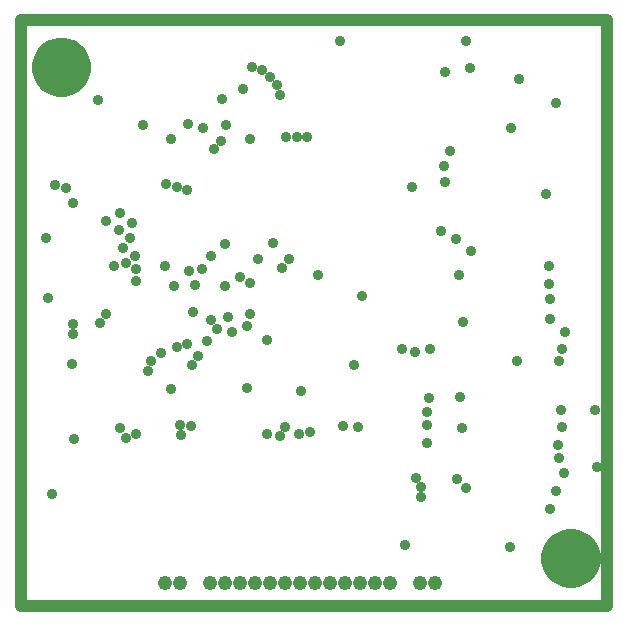
<source format=gbr>
%TF.GenerationSoftware,Altium Limited,Altium Designer,20.2.5 (213)*%
G04 Layer_Physical_Order=5*
G04 Layer_Color=8388736*
%FSLAX44Y44*%
%MOMM*%
%TF.SameCoordinates,159794D8-7842-4491-B27A-FE66E37C9FAE*%
%TF.FilePolarity,Negative*%
%TF.FileFunction,Copper,L5,Inr,Plane*%
%TF.Part,Single*%
G01*
G75*
%TA.AperFunction,NonConductor*%
%ADD31C,1.0160*%
%TA.AperFunction,ComponentPad*%
%ADD32C,1.2112*%
%TA.AperFunction,ViaPad*%
%ADD33C,0.9112*%
G36*
X367848Y905303D02*
X371488Y903795D01*
X374764Y901607D01*
X377550Y898821D01*
X379738Y895545D01*
X381246Y891905D01*
X382015Y888041D01*
Y886071D01*
Y884102D01*
X381246Y880238D01*
X379738Y876598D01*
X377550Y873322D01*
X374764Y870536D01*
X371488Y868348D01*
X367848Y866840D01*
X363984Y866071D01*
X360045D01*
X356181Y866840D01*
X352541Y868348D01*
X349265Y870536D01*
X346480Y873322D01*
X344291Y876598D01*
X342783Y880238D01*
X342015Y884102D01*
Y886071D01*
Y888041D01*
X342783Y891905D01*
X344291Y895545D01*
X346480Y898821D01*
X349265Y901607D01*
X352541Y903795D01*
X356181Y905303D01*
X360045Y906071D01*
X363984D01*
X367848Y905303D01*
D02*
G37*
G36*
X799182Y489526D02*
X802822Y488019D01*
X806098Y485830D01*
X808884Y483044D01*
X811072Y479769D01*
X812580Y476129D01*
X813348Y472265D01*
Y470295D01*
Y468325D01*
X812580Y464461D01*
X811072Y460821D01*
X808884Y457546D01*
X806098Y454760D01*
X802822Y452571D01*
X799182Y451064D01*
X795318Y450295D01*
X791379D01*
X787515Y451064D01*
X783875Y452571D01*
X780599Y454760D01*
X777813Y457546D01*
X775625Y460821D01*
X774117Y464461D01*
X773348Y468325D01*
Y470295D01*
Y472265D01*
X774117Y476129D01*
X775625Y479769D01*
X777813Y483044D01*
X780599Y485830D01*
X783875Y488019D01*
X787515Y489526D01*
X791379Y490295D01*
X795318D01*
X799182Y489526D01*
D02*
G37*
D31*
X795318Y490295D02*
X799182Y489526D01*
X802822Y488019D01*
X806098Y485830D01*
X808884Y483044D01*
X811072Y479769D01*
X812580Y476129D01*
X813348Y472265D01*
Y470295D02*
Y472265D01*
Y468325D02*
Y470295D01*
X812580Y464461D02*
X813348Y468325D01*
X811072Y460821D02*
X812580Y464461D01*
X808884Y457546D02*
X811072Y460821D01*
X806098Y454760D02*
X808884Y457546D01*
X802822Y452571D02*
X806098Y454760D01*
X799182Y451064D02*
X802822Y452571D01*
X795318Y450295D02*
X799182Y451064D01*
X791379Y450295D02*
X795318D01*
X787515Y451064D02*
X791379Y450295D01*
X783875Y452571D02*
X787515Y451064D01*
X780599Y454760D02*
X783875Y452571D01*
X777813Y457546D02*
X780599Y454760D01*
X775625Y460821D02*
X777813Y457546D01*
X774117Y464461D02*
X775625Y460821D01*
X773348Y468325D02*
X774117Y464461D01*
X773348Y468325D02*
Y470295D01*
Y472265D01*
X774117Y476129D01*
X775625Y479769D01*
X777813Y483044D01*
X780599Y485830D01*
X783875Y488019D01*
X787515Y489526D01*
X791379Y490295D01*
X795318D01*
X363984Y906071D02*
X367848Y905303D01*
X371488Y903795D01*
X374764Y901607D01*
X377550Y898821D01*
X379738Y895545D01*
X381246Y891905D01*
X382015Y888041D01*
Y886071D02*
Y888041D01*
Y884102D02*
Y886071D01*
X381246Y880238D02*
X382015Y884102D01*
X379738Y876598D02*
X381246Y880238D01*
X377550Y873322D02*
X379738Y876598D01*
X374764Y870536D02*
X377550Y873322D01*
X371488Y868348D02*
X374764Y870536D01*
X367848Y866840D02*
X371488Y868348D01*
X363984Y866071D02*
X367848Y866840D01*
X360045Y866071D02*
X363984D01*
X356181Y866840D02*
X360045Y866071D01*
X352541Y868348D02*
X356181Y866840D01*
X349265Y870536D02*
X352541Y868348D01*
X346480Y873322D02*
X349265Y870536D01*
X344291Y876598D02*
X346480Y873322D01*
X342783Y880238D02*
X344291Y876598D01*
X342015Y884102D02*
X342783Y880238D01*
X342015Y884102D02*
Y886071D01*
Y888041D01*
X342783Y891905D01*
X344291Y895545D01*
X346480Y898821D01*
X349265Y901607D01*
X352541Y903795D01*
X356181Y905303D01*
X360045Y906071D01*
X363984D01*
X823802Y430022D02*
X823802Y925830D01*
X327738Y925830D02*
X823802Y925830D01*
X327738Y430022D02*
X327738Y925830D01*
X327738Y430022D02*
X823802Y430022D01*
D32*
X449580Y449580D02*
D03*
X462280D02*
D03*
X487680D02*
D03*
X500380D02*
D03*
X513080D02*
D03*
X525780D02*
D03*
X538480D02*
D03*
X551180D02*
D03*
X563880D02*
D03*
X576580D02*
D03*
X589280D02*
D03*
X601980D02*
D03*
X614680D02*
D03*
X627380D02*
D03*
X640080D02*
D03*
X665480D02*
D03*
X678180D02*
D03*
D33*
X424180Y726516D02*
D03*
X468630Y782498D02*
D03*
X372872Y571500D02*
D03*
X354028Y524708D02*
D03*
X431230Y837607D02*
D03*
X392684Y858266D02*
D03*
X708152Y885698D02*
D03*
X749046Y876046D02*
D03*
X704850Y908050D02*
D03*
X781050Y855980D02*
D03*
X742950Y834390D02*
D03*
X498094Y859282D02*
D03*
X516128Y867410D02*
D03*
X501658Y837351D02*
D03*
X521643Y825065D02*
D03*
X523335Y886392D02*
D03*
X686816Y882396D02*
D03*
X496824Y823976D02*
D03*
X490982Y816610D02*
D03*
X416982Y572585D02*
D03*
X425376Y575310D02*
D03*
X411480Y580390D02*
D03*
X462788Y583184D02*
D03*
X471699Y582102D02*
D03*
X463042Y574548D02*
D03*
X371348Y634746D02*
D03*
X400050Y676910D02*
D03*
X446532Y643890D02*
D03*
X454406Y613410D02*
D03*
X650440Y648008D02*
D03*
X673862Y647446D02*
D03*
X704850Y529844D02*
D03*
X661416Y645414D02*
D03*
X671195Y567690D02*
D03*
X547116Y574040D02*
D03*
X562983Y575410D02*
D03*
X551434Y581660D02*
D03*
X572491Y577174D02*
D03*
X535940Y575310D02*
D03*
X661924Y538480D02*
D03*
X564896Y611886D02*
D03*
X450855Y787405D02*
D03*
X469333Y837799D02*
D03*
X658934Y784860D02*
D03*
X541313Y737577D02*
D03*
X528320Y723900D02*
D03*
X513080Y708660D02*
D03*
X481734Y834390D02*
D03*
X365760Y783590D02*
D03*
X371618Y771360D02*
D03*
X579198Y709930D02*
D03*
X554990Y723900D02*
D03*
X570225Y826765D02*
D03*
X561335D02*
D03*
X699770Y607211D02*
D03*
X536241Y654895D02*
D03*
X350520Y690880D02*
D03*
X356870Y786130D02*
D03*
X349250Y741680D02*
D03*
X454660Y825500D02*
D03*
X598170Y908639D02*
D03*
X690880Y815340D02*
D03*
X685800Y802564D02*
D03*
X687070Y788670D02*
D03*
X695960Y740410D02*
D03*
X708660Y730250D02*
D03*
X616820Y692567D02*
D03*
X772160Y778510D02*
D03*
X698500Y709930D02*
D03*
X814070Y595630D02*
D03*
X815340Y547370D02*
D03*
X741680Y480060D02*
D03*
X775970Y511810D02*
D03*
X652780Y481330D02*
D03*
X701040Y580390D02*
D03*
X394970Y669290D02*
D03*
X609600Y633730D02*
D03*
X600628Y582423D02*
D03*
X371531Y660320D02*
D03*
X371981Y668860D02*
D03*
X702310Y670153D02*
D03*
X613410Y581660D02*
D03*
X417074Y720085D02*
D03*
X414020Y732790D02*
D03*
X410853Y748030D02*
D03*
X552450Y826770D02*
D03*
X547370Y862330D02*
D03*
X544830Y871220D02*
D03*
X538423Y877570D02*
D03*
X531875Y884239D02*
D03*
X683260Y747567D02*
D03*
X406768Y717648D02*
D03*
X425450Y704850D02*
D03*
X435610Y628650D02*
D03*
X425450Y715010D02*
D03*
X449580Y717550D02*
D03*
X411480Y762567D02*
D03*
X400050Y755650D02*
D03*
X421640Y754380D02*
D03*
X420370Y741680D02*
D03*
X469900Y713740D02*
D03*
X459740Y784860D02*
D03*
Y648970D02*
D03*
X468630Y651510D02*
D03*
X457200Y701040D02*
D03*
X500380Y736600D02*
D03*
X671830Y582930D02*
D03*
Y594360D02*
D03*
X673100Y605790D02*
D03*
X697230Y537960D02*
D03*
X666750Y522320D02*
D03*
Y530860D02*
D03*
X781050Y527050D02*
D03*
X787400Y542290D02*
D03*
X774700Y717550D02*
D03*
X748030Y637540D02*
D03*
X776029Y673100D02*
D03*
X775970Y689610D02*
D03*
X774700Y702310D02*
D03*
X786130Y647700D02*
D03*
X783590Y637540D02*
D03*
X519430Y614680D02*
D03*
X438150Y637540D02*
D03*
X472440Y633730D02*
D03*
X477520Y641350D02*
D03*
X485140Y654050D02*
D03*
X784669Y595630D02*
D03*
X782526Y566680D02*
D03*
X783590Y554990D02*
D03*
X786130Y581660D02*
D03*
X788670Y661670D02*
D03*
X488950Y726440D02*
D03*
X481330Y715010D02*
D03*
X488893Y671830D02*
D03*
X494030Y664210D02*
D03*
X506730Y661670D02*
D03*
X518891Y667481D02*
D03*
X548640Y716280D02*
D03*
X473103Y678613D02*
D03*
X521255Y677465D02*
D03*
X503103Y674370D02*
D03*
X521970Y703580D02*
D03*
X500380Y701040D02*
D03*
X475505Y701565D02*
D03*
%TF.MD5,4219f5febebded06aea7d238e3adda8e*%
M02*

</source>
